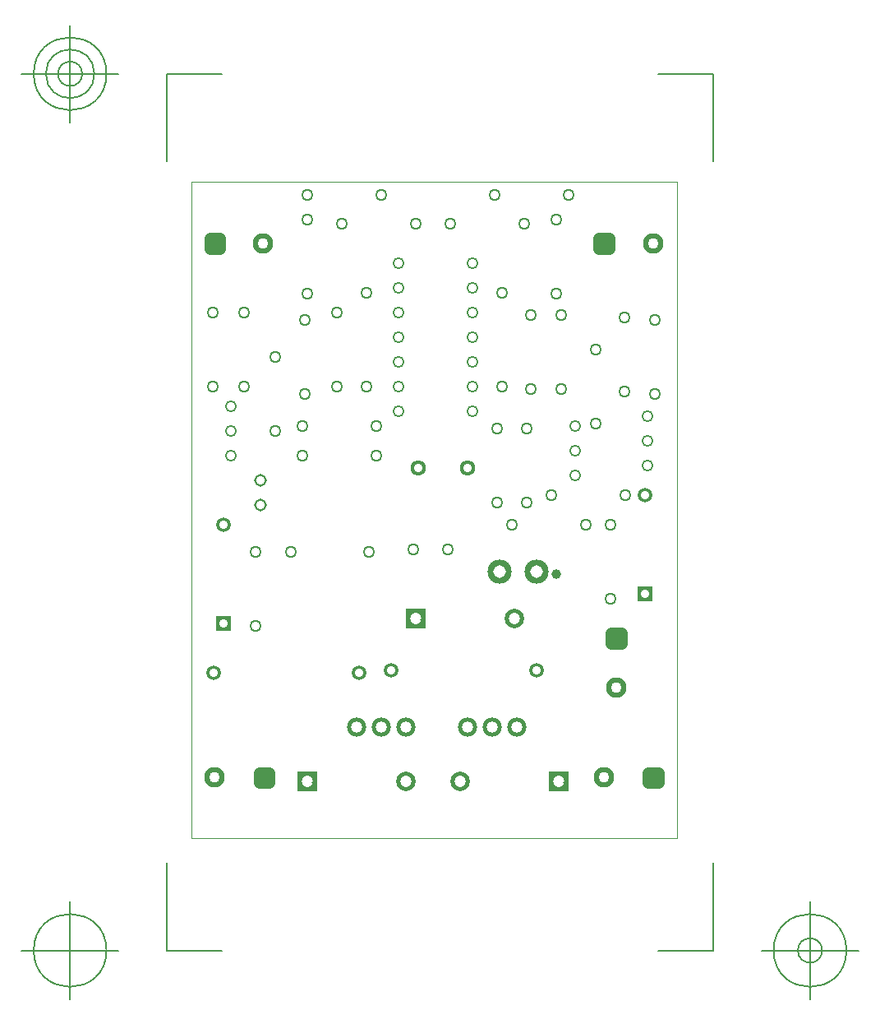
<source format=gbr>
G04 Generated by Ultiboard 11.0 *
%FSLAX25Y25*%
%MOMM*%

%ADD10C,0.12700*%
%ADD11C,0.00100*%
%ADD12C,1.00000*%
%ADD13C,2.11684X1.10058*%
%ADD14R,0.95250X0.95250X1.29108*%
%ADD15C,1.29108*%
%ADD16C,2.00000X1.20000*%
%ADD17R,2.00000X2.00000X1.20000*%
%ADD18C,1.27000X0.88900*%
%ADD19C,1.24460X0.88900*%
%ADD20C,1.50000X0.90000*%
%ADD21C,1.31216X0.88900*%
%ADD22R,1.50000X1.50000X0.90000*%
%ADD23C,1.60884X0.88900*%
%ADD24C,1.98984X1.18542*%
%ADD25C,2.49784X1.31242*%


G04 ColorRGB 9900CC for the following layer *
%LNSolder Mask Bottom*%
%LPD*%
%FSLAX25Y25*%
%MOMM*%
G54D10*
X2088974Y-1842491D02*
X2088974Y-940068D01*
X2088974Y-1842491D02*
X2651397Y-1842491D01*
X7713204Y-1842491D02*
X7150781Y-1842491D01*
X7713204Y-1842491D02*
X7713204Y-940068D01*
X7713204Y7181739D02*
X7713204Y6279316D01*
X7713204Y7181739D02*
X7150781Y7181739D01*
X2088974Y7181739D02*
X2651397Y7181739D01*
X2088974Y7181739D02*
X2088974Y6279316D01*
X1588974Y-1842491D02*
X588974Y-1842491D01*
X1088974Y-2342491D02*
X1088974Y-1342491D01*
X713974Y-1842491D02*
G75*
D01*
G02X713974Y-1842491I375000J0*
G01*
X8213204Y-1842491D02*
X9213204Y-1842491D01*
X8713204Y-2342491D02*
X8713204Y-1342491D01*
X8338204Y-1842491D02*
G75*
D01*
G02X8338204Y-1842491I375000J0*
G01*
X8588204Y-1842491D02*
G75*
D01*
G02X8588204Y-1842491I125000J0*
G01*
X1588974Y7181739D02*
X588974Y7181739D01*
X1088974Y6681739D02*
X1088974Y7681739D01*
X713974Y7181739D02*
G75*
D01*
G02X713974Y7181739I375000J0*
G01*
X838974Y7181739D02*
G75*
D01*
G02X838974Y7181739I250000J0*
G01*
X963974Y7181739D02*
G75*
D01*
G02X963974Y7181739I125000J0*
G01*
X2088974Y-1842491D02*
X2088974Y-940068D01*
X2088974Y-1842491D02*
X2651397Y-1842491D01*
X7713204Y-1842491D02*
X7150781Y-1842491D01*
X7713204Y-1842491D02*
X7713204Y-940068D01*
X7713204Y7181739D02*
X7713204Y6279316D01*
X7713204Y7181739D02*
X7150781Y7181739D01*
X2088974Y7181739D02*
X2651397Y7181739D01*
X2088974Y7181739D02*
X2088974Y6279316D01*
X1588974Y-1842491D02*
X588974Y-1842491D01*
X1088974Y-2342491D02*
X1088974Y-1342491D01*
X713974Y-1842491D02*
G75*
D01*
G02X713974Y-1842491I375000J0*
G01*
X8213204Y-1842491D02*
X9213204Y-1842491D01*
X8713204Y-2342491D02*
X8713204Y-1342491D01*
X8338204Y-1842491D02*
G75*
D01*
G02X8338204Y-1842491I375000J0*
G01*
X8588204Y-1842491D02*
G75*
D01*
G02X8588204Y-1842491I125000J0*
G01*
X1588974Y7181739D02*
X588974Y7181739D01*
X1088974Y6681739D02*
X1088974Y7681739D01*
X713974Y7181739D02*
G75*
D01*
G02X713974Y7181739I375000J0*
G01*
X838974Y7181739D02*
G75*
D01*
G02X838974Y7181739I250000J0*
G01*
X963974Y7181739D02*
G75*
D01*
G02X963974Y7181739I125000J0*
G01*
G54D11*
X2336800Y-685800D02*
X7340600Y-685800D01*
X7340600Y-685800D02*
X7340600Y6070600D01*
X7340600Y6070600D02*
X2336800Y6070600D01*
X2336800Y6070600D02*
X2336800Y-685800D01*
G54D12*
X6096000Y2032000D03*
G54D13*
X2579793Y-61807D03*
X6589607Y-61807D03*
X6716607Y863600D03*
X7097607Y5435600D03*
X3079327Y5435600D03*
G54D14*
X3087793Y-61807D03*
X7097607Y-61807D03*
X6716607Y1371600D03*
X6589607Y5435600D03*
X2579793Y5435600D03*
G54D15*
X3040168Y-109432D02*
X3135418Y-109432D01*
X3135418Y-14182D01*
X3040168Y-14182D01*
X3040168Y-109432D01*D02*
X7049982Y-109432D02*
X7145232Y-109432D01*
X7145232Y-14182D01*
X7049982Y-14182D01*
X7049982Y-109432D01*D02*
X6668982Y1323975D02*
X6764232Y1323975D01*
X6764232Y1419225D01*
X6668982Y1419225D01*
X6668982Y1323975D01*D02*
X6541982Y5387975D02*
X6637232Y5387975D01*
X6637232Y5483225D01*
X6541982Y5483225D01*
X6541982Y5387975D01*D02*
X2532168Y5387975D02*
X2627418Y5387975D01*
X2627418Y5483225D01*
X2532168Y5483225D01*
X2532168Y5387975D01*D02*
G54D16*
X4546600Y-101600D03*
X5105400Y-101600D03*
X5664200Y1574800D03*
G54D17*
X3530600Y-101600D03*
X6121400Y-101600D03*
X4648200Y1574800D03*
G54D18*
X6400800Y2540000D03*
X5638800Y2540000D03*
X6045200Y2844800D03*
X6807200Y2844800D03*
X3200400Y3505200D03*
X3200400Y4267200D03*
X2997200Y1498600D03*
X2997200Y2260600D03*
X2558627Y4724400D03*
X2558627Y3962400D03*
X2880021Y4724400D03*
X2880021Y3962400D03*
X5486400Y2768600D03*
X5486400Y3530600D03*
X5791200Y2768600D03*
X5791200Y3530600D03*
X3479800Y3251200D03*
X4241800Y3251200D03*
X4627034Y2286000D03*
X4978400Y2286000D03*
X3361267Y2260600D03*
X4165600Y2260600D03*
X3835400Y4724400D03*
X3835400Y3962400D03*
X4140200Y3962400D03*
X4140200Y4927600D03*
X3479800Y3556000D03*
X4241800Y3556000D03*
X3505200Y3886200D03*
X3505200Y4648200D03*
X3530600Y5930900D03*
X4292600Y5930900D03*
X3886200Y5638800D03*
X4648200Y5638800D03*
X3530600Y5676900D03*
X3530600Y4914900D03*
X5537200Y3962400D03*
X5537200Y4927600D03*
X5833195Y3937000D03*
X5833195Y4699000D03*
X6146800Y3937000D03*
X6146800Y4699000D03*
X5461000Y5930900D03*
X6223000Y5930900D03*
X5003800Y5638800D03*
X5765800Y5638800D03*
X6096000Y5676900D03*
X6096000Y4914900D03*
X6654800Y1778000D03*
X6654800Y2540000D03*
X7112000Y3886200D03*
X7112000Y4648200D03*
X6797378Y3911600D03*
X6797378Y4673600D03*
X6502400Y3581400D03*
X6502400Y4343400D03*
G54D19*
X6290848Y3048000D03*
X6290848Y3556000D03*
X6290848Y3302000D03*
X2743200Y3251200D03*
X2743200Y3759200D03*
X2743200Y3505200D03*
X4476075Y4724400D03*
X4476075Y3962400D03*
X4476075Y3708400D03*
X4476075Y4216400D03*
X4476075Y4470400D03*
X4476075Y5232400D03*
X4476075Y4978400D03*
X5238075Y4724400D03*
X5238075Y3962400D03*
X5238075Y3708400D03*
X5238075Y4216400D03*
X5238075Y4470400D03*
X5238075Y4978400D03*
X5238075Y5232400D03*
X7037656Y3149600D03*
X7037656Y3657600D03*
X7037656Y3403600D03*
G54D20*
X2568800Y1011400D03*
X4068800Y1011400D03*
X2667000Y2540000D03*
X4392800Y1041400D03*
X5892800Y1041400D03*
X7010400Y2844800D03*
G54D21*
X3048000Y2743200D03*
X3048000Y2997200D03*
G54D22*
X2667000Y1524000D03*
X7010400Y1828800D03*
G54D23*
X4673600Y3124200D03*
X5181600Y3124200D03*
G54D24*
X4038600Y457200D03*
X4292600Y457200D03*
X4546600Y457200D03*
X5689600Y457200D03*
X5181600Y457200D03*
X5435600Y457200D03*
G54D25*
X5892800Y2057400D03*
X5511800Y2057400D03*

M00*

</source>
